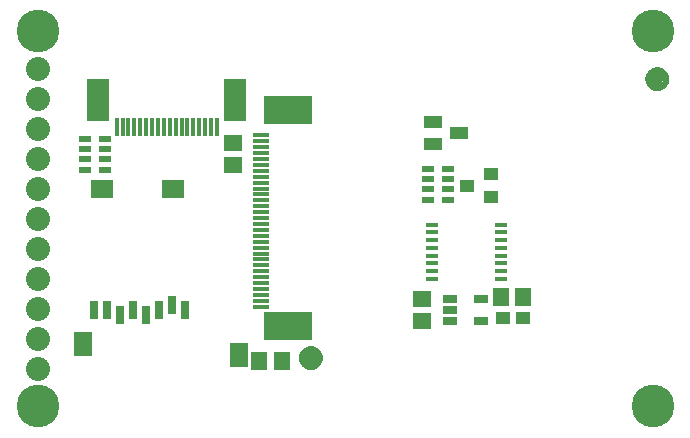
<source format=gbr>
G04 EAGLE Gerber RS-274X export*
G75*
%MOMM*%
%FSLAX34Y34*%
%LPD*%
%INSoldermask Top*%
%IPPOS*%
%AMOC8*
5,1,8,0,0,1.08239X$1,22.5*%
G01*
%ADD10R,1.501600X2.001600*%
%ADD11R,1.901600X1.501600*%
%ADD12R,0.801600X1.601600*%
%ADD13R,1.301600X0.651600*%
%ADD14R,1.601600X1.341600*%
%ADD15R,1.341600X1.601600*%
%ADD16C,1.101600*%
%ADD17C,0.469900*%
%ADD18C,3.617600*%
%ADD19R,1.301600X1.101600*%
%ADD20R,1.176600X1.101600*%
%ADD21R,1.092200X0.406400*%
%ADD22R,1.501600X1.101600*%
%ADD23R,0.351600X1.501600*%
%ADD24R,1.901600X3.601600*%
%ADD25C,2.032000*%
%ADD26R,1.351600X0.381600*%
%ADD27R,4.101600X2.401600*%
%ADD28R,1.001600X0.551600*%


D10*
X63690Y27160D03*
X195690Y18160D03*
D11*
X79690Y158160D03*
X139690Y158160D03*
D12*
X72690Y56160D03*
X83690Y56160D03*
X94690Y52160D03*
X105690Y56160D03*
X116690Y52160D03*
X127690Y56160D03*
X138690Y60160D03*
X149690Y56160D03*
D13*
X374350Y65380D03*
X374350Y55880D03*
X374350Y46380D03*
X400350Y46380D03*
X400350Y65380D03*
D14*
X350520Y65380D03*
X350520Y46380D03*
X190500Y178460D03*
X190500Y197460D03*
D15*
X417220Y67310D03*
X436220Y67310D03*
D16*
X549910Y251460D03*
D17*
X549910Y243960D02*
X550091Y243962D01*
X550272Y243969D01*
X550453Y243980D01*
X550634Y243995D01*
X550814Y244015D01*
X550994Y244039D01*
X551173Y244067D01*
X551351Y244100D01*
X551528Y244137D01*
X551705Y244178D01*
X551880Y244223D01*
X552055Y244273D01*
X552228Y244327D01*
X552399Y244385D01*
X552570Y244447D01*
X552738Y244514D01*
X552905Y244584D01*
X553071Y244658D01*
X553234Y244737D01*
X553395Y244819D01*
X553555Y244905D01*
X553712Y244995D01*
X553867Y245089D01*
X554020Y245186D01*
X554170Y245288D01*
X554318Y245392D01*
X554464Y245501D01*
X554606Y245612D01*
X554746Y245728D01*
X554883Y245846D01*
X555018Y245968D01*
X555149Y246093D01*
X555277Y246221D01*
X555402Y246352D01*
X555524Y246487D01*
X555642Y246624D01*
X555758Y246764D01*
X555869Y246906D01*
X555978Y247052D01*
X556082Y247200D01*
X556184Y247350D01*
X556281Y247503D01*
X556375Y247658D01*
X556465Y247815D01*
X556551Y247975D01*
X556633Y248136D01*
X556712Y248299D01*
X556786Y248465D01*
X556856Y248632D01*
X556923Y248800D01*
X556985Y248971D01*
X557043Y249142D01*
X557097Y249315D01*
X557147Y249490D01*
X557192Y249665D01*
X557233Y249842D01*
X557270Y250019D01*
X557303Y250197D01*
X557331Y250376D01*
X557355Y250556D01*
X557375Y250736D01*
X557390Y250917D01*
X557401Y251098D01*
X557408Y251279D01*
X557410Y251460D01*
X549910Y243960D02*
X549729Y243962D01*
X549548Y243969D01*
X549367Y243980D01*
X549186Y243995D01*
X549006Y244015D01*
X548826Y244039D01*
X548647Y244067D01*
X548469Y244100D01*
X548292Y244137D01*
X548115Y244178D01*
X547940Y244223D01*
X547765Y244273D01*
X547592Y244327D01*
X547421Y244385D01*
X547250Y244447D01*
X547082Y244514D01*
X546915Y244584D01*
X546749Y244658D01*
X546586Y244737D01*
X546425Y244819D01*
X546265Y244905D01*
X546108Y244995D01*
X545953Y245089D01*
X545800Y245186D01*
X545650Y245288D01*
X545502Y245392D01*
X545356Y245501D01*
X545214Y245612D01*
X545074Y245728D01*
X544937Y245846D01*
X544802Y245968D01*
X544671Y246093D01*
X544543Y246221D01*
X544418Y246352D01*
X544296Y246487D01*
X544178Y246624D01*
X544062Y246764D01*
X543951Y246906D01*
X543842Y247052D01*
X543738Y247200D01*
X543636Y247350D01*
X543539Y247503D01*
X543445Y247658D01*
X543355Y247815D01*
X543269Y247975D01*
X543187Y248136D01*
X543108Y248299D01*
X543034Y248465D01*
X542964Y248632D01*
X542897Y248800D01*
X542835Y248971D01*
X542777Y249142D01*
X542723Y249315D01*
X542673Y249490D01*
X542628Y249665D01*
X542587Y249842D01*
X542550Y250019D01*
X542517Y250197D01*
X542489Y250376D01*
X542465Y250556D01*
X542445Y250736D01*
X542430Y250917D01*
X542419Y251098D01*
X542412Y251279D01*
X542410Y251460D01*
X542412Y251641D01*
X542419Y251822D01*
X542430Y252003D01*
X542445Y252184D01*
X542465Y252364D01*
X542489Y252544D01*
X542517Y252723D01*
X542550Y252901D01*
X542587Y253078D01*
X542628Y253255D01*
X542673Y253430D01*
X542723Y253605D01*
X542777Y253778D01*
X542835Y253949D01*
X542897Y254120D01*
X542964Y254288D01*
X543034Y254455D01*
X543108Y254621D01*
X543187Y254784D01*
X543269Y254945D01*
X543355Y255105D01*
X543445Y255262D01*
X543539Y255417D01*
X543636Y255570D01*
X543738Y255720D01*
X543842Y255868D01*
X543951Y256014D01*
X544062Y256156D01*
X544178Y256296D01*
X544296Y256433D01*
X544418Y256568D01*
X544543Y256699D01*
X544671Y256827D01*
X544802Y256952D01*
X544937Y257074D01*
X545074Y257192D01*
X545214Y257308D01*
X545356Y257419D01*
X545502Y257528D01*
X545650Y257632D01*
X545800Y257734D01*
X545953Y257831D01*
X546108Y257925D01*
X546265Y258015D01*
X546425Y258101D01*
X546586Y258183D01*
X546749Y258262D01*
X546915Y258336D01*
X547082Y258406D01*
X547250Y258473D01*
X547421Y258535D01*
X547592Y258593D01*
X547765Y258647D01*
X547940Y258697D01*
X548115Y258742D01*
X548292Y258783D01*
X548469Y258820D01*
X548647Y258853D01*
X548826Y258881D01*
X549006Y258905D01*
X549186Y258925D01*
X549367Y258940D01*
X549548Y258951D01*
X549729Y258958D01*
X549910Y258960D01*
X550091Y258958D01*
X550272Y258951D01*
X550453Y258940D01*
X550634Y258925D01*
X550814Y258905D01*
X550994Y258881D01*
X551173Y258853D01*
X551351Y258820D01*
X551528Y258783D01*
X551705Y258742D01*
X551880Y258697D01*
X552055Y258647D01*
X552228Y258593D01*
X552399Y258535D01*
X552570Y258473D01*
X552738Y258406D01*
X552905Y258336D01*
X553071Y258262D01*
X553234Y258183D01*
X553395Y258101D01*
X553555Y258015D01*
X553712Y257925D01*
X553867Y257831D01*
X554020Y257734D01*
X554170Y257632D01*
X554318Y257528D01*
X554464Y257419D01*
X554606Y257308D01*
X554746Y257192D01*
X554883Y257074D01*
X555018Y256952D01*
X555149Y256827D01*
X555277Y256699D01*
X555402Y256568D01*
X555524Y256433D01*
X555642Y256296D01*
X555758Y256156D01*
X555869Y256014D01*
X555978Y255868D01*
X556082Y255720D01*
X556184Y255570D01*
X556281Y255417D01*
X556375Y255262D01*
X556465Y255105D01*
X556551Y254945D01*
X556633Y254784D01*
X556712Y254621D01*
X556786Y254455D01*
X556856Y254288D01*
X556923Y254120D01*
X556985Y253949D01*
X557043Y253778D01*
X557097Y253605D01*
X557147Y253430D01*
X557192Y253255D01*
X557233Y253078D01*
X557270Y252901D01*
X557303Y252723D01*
X557331Y252544D01*
X557355Y252364D01*
X557375Y252184D01*
X557390Y252003D01*
X557401Y251822D01*
X557408Y251641D01*
X557410Y251460D01*
D16*
X256540Y15240D03*
D17*
X264040Y15240D02*
X264038Y15421D01*
X264031Y15602D01*
X264020Y15783D01*
X264005Y15964D01*
X263985Y16144D01*
X263961Y16324D01*
X263933Y16503D01*
X263900Y16681D01*
X263863Y16858D01*
X263822Y17035D01*
X263777Y17210D01*
X263727Y17385D01*
X263673Y17558D01*
X263615Y17729D01*
X263553Y17900D01*
X263486Y18068D01*
X263416Y18235D01*
X263342Y18401D01*
X263263Y18564D01*
X263181Y18725D01*
X263095Y18885D01*
X263005Y19042D01*
X262911Y19197D01*
X262814Y19350D01*
X262712Y19500D01*
X262608Y19648D01*
X262499Y19794D01*
X262388Y19936D01*
X262272Y20076D01*
X262154Y20213D01*
X262032Y20348D01*
X261907Y20479D01*
X261779Y20607D01*
X261648Y20732D01*
X261513Y20854D01*
X261376Y20972D01*
X261236Y21088D01*
X261094Y21199D01*
X260948Y21308D01*
X260800Y21412D01*
X260650Y21514D01*
X260497Y21611D01*
X260342Y21705D01*
X260185Y21795D01*
X260025Y21881D01*
X259864Y21963D01*
X259701Y22042D01*
X259535Y22116D01*
X259368Y22186D01*
X259200Y22253D01*
X259029Y22315D01*
X258858Y22373D01*
X258685Y22427D01*
X258510Y22477D01*
X258335Y22522D01*
X258158Y22563D01*
X257981Y22600D01*
X257803Y22633D01*
X257624Y22661D01*
X257444Y22685D01*
X257264Y22705D01*
X257083Y22720D01*
X256902Y22731D01*
X256721Y22738D01*
X256540Y22740D01*
X264040Y15240D02*
X264038Y15059D01*
X264031Y14878D01*
X264020Y14697D01*
X264005Y14516D01*
X263985Y14336D01*
X263961Y14156D01*
X263933Y13977D01*
X263900Y13799D01*
X263863Y13622D01*
X263822Y13445D01*
X263777Y13270D01*
X263727Y13095D01*
X263673Y12922D01*
X263615Y12751D01*
X263553Y12580D01*
X263486Y12412D01*
X263416Y12245D01*
X263342Y12079D01*
X263263Y11916D01*
X263181Y11755D01*
X263095Y11595D01*
X263005Y11438D01*
X262911Y11283D01*
X262814Y11130D01*
X262712Y10980D01*
X262608Y10832D01*
X262499Y10686D01*
X262388Y10544D01*
X262272Y10404D01*
X262154Y10267D01*
X262032Y10132D01*
X261907Y10001D01*
X261779Y9873D01*
X261648Y9748D01*
X261513Y9626D01*
X261376Y9508D01*
X261236Y9392D01*
X261094Y9281D01*
X260948Y9172D01*
X260800Y9068D01*
X260650Y8966D01*
X260497Y8869D01*
X260342Y8775D01*
X260185Y8685D01*
X260025Y8599D01*
X259864Y8517D01*
X259701Y8438D01*
X259535Y8364D01*
X259368Y8294D01*
X259200Y8227D01*
X259029Y8165D01*
X258858Y8107D01*
X258685Y8053D01*
X258510Y8003D01*
X258335Y7958D01*
X258158Y7917D01*
X257981Y7880D01*
X257803Y7847D01*
X257624Y7819D01*
X257444Y7795D01*
X257264Y7775D01*
X257083Y7760D01*
X256902Y7749D01*
X256721Y7742D01*
X256540Y7740D01*
X256359Y7742D01*
X256178Y7749D01*
X255997Y7760D01*
X255816Y7775D01*
X255636Y7795D01*
X255456Y7819D01*
X255277Y7847D01*
X255099Y7880D01*
X254922Y7917D01*
X254745Y7958D01*
X254570Y8003D01*
X254395Y8053D01*
X254222Y8107D01*
X254051Y8165D01*
X253880Y8227D01*
X253712Y8294D01*
X253545Y8364D01*
X253379Y8438D01*
X253216Y8517D01*
X253055Y8599D01*
X252895Y8685D01*
X252738Y8775D01*
X252583Y8869D01*
X252430Y8966D01*
X252280Y9068D01*
X252132Y9172D01*
X251986Y9281D01*
X251844Y9392D01*
X251704Y9508D01*
X251567Y9626D01*
X251432Y9748D01*
X251301Y9873D01*
X251173Y10001D01*
X251048Y10132D01*
X250926Y10267D01*
X250808Y10404D01*
X250692Y10544D01*
X250581Y10686D01*
X250472Y10832D01*
X250368Y10980D01*
X250266Y11130D01*
X250169Y11283D01*
X250075Y11438D01*
X249985Y11595D01*
X249899Y11755D01*
X249817Y11916D01*
X249738Y12079D01*
X249664Y12245D01*
X249594Y12412D01*
X249527Y12580D01*
X249465Y12751D01*
X249407Y12922D01*
X249353Y13095D01*
X249303Y13270D01*
X249258Y13445D01*
X249217Y13622D01*
X249180Y13799D01*
X249147Y13977D01*
X249119Y14156D01*
X249095Y14336D01*
X249075Y14516D01*
X249060Y14697D01*
X249049Y14878D01*
X249042Y15059D01*
X249040Y15240D01*
X249042Y15421D01*
X249049Y15602D01*
X249060Y15783D01*
X249075Y15964D01*
X249095Y16144D01*
X249119Y16324D01*
X249147Y16503D01*
X249180Y16681D01*
X249217Y16858D01*
X249258Y17035D01*
X249303Y17210D01*
X249353Y17385D01*
X249407Y17558D01*
X249465Y17729D01*
X249527Y17900D01*
X249594Y18068D01*
X249664Y18235D01*
X249738Y18401D01*
X249817Y18564D01*
X249899Y18725D01*
X249985Y18885D01*
X250075Y19042D01*
X250169Y19197D01*
X250266Y19350D01*
X250368Y19500D01*
X250472Y19648D01*
X250581Y19794D01*
X250692Y19936D01*
X250808Y20076D01*
X250926Y20213D01*
X251048Y20348D01*
X251173Y20479D01*
X251301Y20607D01*
X251432Y20732D01*
X251567Y20854D01*
X251704Y20972D01*
X251844Y21088D01*
X251986Y21199D01*
X252132Y21308D01*
X252280Y21412D01*
X252430Y21514D01*
X252583Y21611D01*
X252738Y21705D01*
X252895Y21795D01*
X253055Y21881D01*
X253216Y21963D01*
X253379Y22042D01*
X253545Y22116D01*
X253712Y22186D01*
X253880Y22253D01*
X254051Y22315D01*
X254222Y22373D01*
X254395Y22427D01*
X254570Y22477D01*
X254745Y22522D01*
X254922Y22563D01*
X255099Y22600D01*
X255277Y22633D01*
X255456Y22661D01*
X255636Y22685D01*
X255816Y22705D01*
X255997Y22720D01*
X256178Y22731D01*
X256359Y22738D01*
X256540Y22740D01*
D18*
X546100Y-25400D03*
X546100Y292100D03*
X25400Y-25400D03*
X25400Y292100D03*
D19*
X388780Y161290D03*
X408780Y170790D03*
X408780Y151790D03*
D20*
X419490Y49530D03*
X436490Y49530D03*
D15*
X212750Y12700D03*
X231750Y12700D03*
D21*
X417798Y82660D03*
X417798Y89160D03*
X417798Y95660D03*
X417798Y102160D03*
X417798Y108660D03*
X417798Y115160D03*
X417798Y121660D03*
X417798Y128160D03*
X359442Y128160D03*
X359442Y121660D03*
X359442Y115160D03*
X359442Y108660D03*
X359442Y102160D03*
X359442Y95660D03*
X359442Y89160D03*
X359442Y82660D03*
D22*
X381840Y205740D03*
X359840Y196240D03*
X359840Y215240D03*
D23*
X92120Y210710D03*
X97120Y210710D03*
X102120Y210710D03*
X107120Y210710D03*
X112120Y210710D03*
X117120Y210710D03*
X122120Y210710D03*
X127120Y210710D03*
X132120Y210710D03*
X137120Y210710D03*
X142120Y210710D03*
X147120Y210710D03*
X152120Y210710D03*
X157120Y210710D03*
X162120Y210710D03*
X167120Y210710D03*
X172120Y210710D03*
X177120Y210710D03*
D24*
X192620Y233770D03*
X76620Y233770D03*
D25*
X25400Y6350D03*
X25400Y31750D03*
X25400Y57150D03*
X25400Y82550D03*
X25400Y107950D03*
X25400Y133350D03*
X25400Y158750D03*
X25400Y184150D03*
X25400Y209550D03*
X25400Y234950D03*
X25400Y260350D03*
D26*
X214510Y173850D03*
X214510Y168850D03*
X214510Y163850D03*
X214510Y158850D03*
X214510Y153850D03*
X214510Y148850D03*
X214510Y143850D03*
X214510Y138850D03*
X214510Y133850D03*
X214510Y128850D03*
X214510Y123850D03*
X214510Y118850D03*
X214510Y113850D03*
X214510Y108850D03*
X214510Y103850D03*
X214510Y98850D03*
X214510Y93850D03*
X214510Y88850D03*
X214510Y83850D03*
X214510Y78850D03*
X214510Y73850D03*
X214510Y68850D03*
X214510Y63850D03*
X214510Y58850D03*
D27*
X237070Y42150D03*
X237070Y225550D03*
D26*
X214510Y178850D03*
X214510Y183850D03*
X214510Y188850D03*
X214510Y193850D03*
X214510Y198850D03*
X214510Y203850D03*
D28*
X372990Y175560D03*
X355990Y175560D03*
X372990Y166560D03*
X372990Y158560D03*
X372990Y149560D03*
X355990Y149560D03*
X355990Y166560D03*
X355990Y158560D03*
X82160Y200960D03*
X65160Y200960D03*
X82160Y191960D03*
X82160Y183960D03*
X82160Y174960D03*
X65160Y174960D03*
X65160Y191960D03*
X65160Y183960D03*
M02*

</source>
